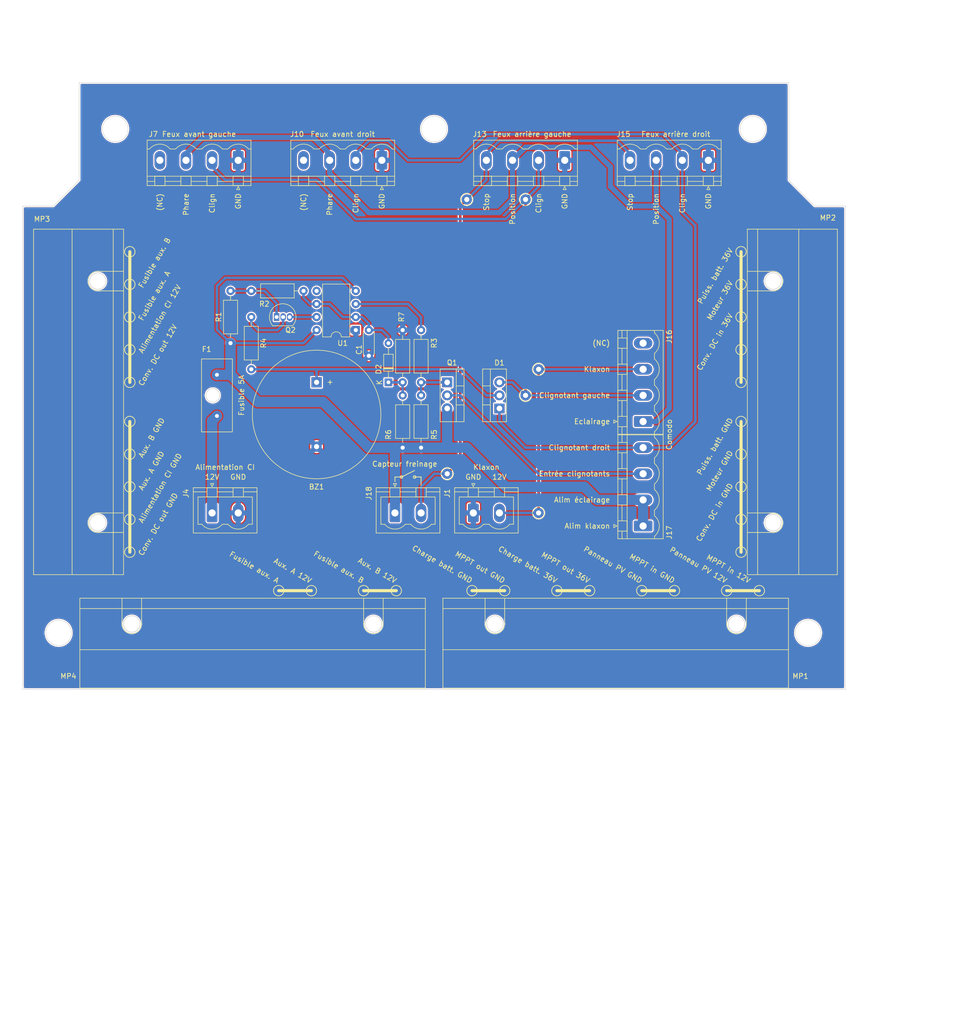
<source format=kicad_pcb>
(kicad_pcb (version 20211014) (generator pcbnew)

  (general
    (thickness 1.6)
  )

  (paper "A4")
  (layers
    (0 "F.Cu" signal)
    (31 "B.Cu" signal)
    (32 "B.Adhes" user "B.Adhesive")
    (33 "F.Adhes" user "F.Adhesive")
    (34 "B.Paste" user)
    (35 "F.Paste" user)
    (36 "B.SilkS" user "B.Silkscreen")
    (37 "F.SilkS" user "F.Silkscreen")
    (38 "B.Mask" user)
    (39 "F.Mask" user)
    (40 "Dwgs.User" user "User.Drawings")
    (41 "Cmts.User" user "User.Comments")
    (42 "Eco1.User" user "User.Eco1")
    (43 "Eco2.User" user "User.Eco2")
    (44 "Edge.Cuts" user)
    (45 "Margin" user)
    (46 "B.CrtYd" user "B.Courtyard")
    (47 "F.CrtYd" user "F.Courtyard")
    (48 "B.Fab" user)
    (49 "F.Fab" user)
    (50 "User.1" user)
    (51 "User.2" user)
    (52 "User.3" user)
    (53 "User.4" user)
    (54 "User.5" user)
    (55 "User.6" user)
    (56 "User.7" user)
    (57 "User.8" user)
    (58 "User.9" user)
  )

  (setup
    (stackup
      (layer "F.SilkS" (type "Top Silk Screen"))
      (layer "F.Paste" (type "Top Solder Paste"))
      (layer "F.Mask" (type "Top Solder Mask") (thickness 0.01))
      (layer "F.Cu" (type "copper") (thickness 0.035))
      (layer "dielectric 1" (type "core") (thickness 1.51) (material "FR4") (epsilon_r 4.5) (loss_tangent 0.02))
      (layer "B.Cu" (type "copper") (thickness 0.035))
      (layer "B.Mask" (type "Bottom Solder Mask") (thickness 0.01))
      (layer "B.Paste" (type "Bottom Solder Paste"))
      (layer "B.SilkS" (type "Bottom Silk Screen"))
      (copper_finish "None")
      (dielectric_constraints no)
    )
    (pad_to_mask_clearance 0)
    (pcbplotparams
      (layerselection 0x00010e0_ffffffff)
      (disableapertmacros false)
      (usegerberextensions false)
      (usegerberattributes true)
      (usegerberadvancedattributes true)
      (creategerberjobfile true)
      (svguseinch false)
      (svgprecision 6)
      (excludeedgelayer true)
      (plotframeref false)
      (viasonmask false)
      (mode 1)
      (useauxorigin false)
      (hpglpennumber 1)
      (hpglpenspeed 20)
      (hpglpendiameter 15.000000)
      (dxfpolygonmode true)
      (dxfimperialunits true)
      (dxfusepcbnewfont true)
      (psnegative false)
      (psa4output false)
      (plotreference true)
      (plotvalue true)
      (plotinvisibletext false)
      (sketchpadsonfab false)
      (subtractmaskfromsilk false)
      (outputformat 1)
      (mirror false)
      (drillshape 0)
      (scaleselection 1)
      (outputdirectory "")
    )
  )

  (net 0 "")
  (net 1 "GND")
  (net 2 "Net-(F1-Pad2)")
  (net 3 "Net-(D1-Pad1)")
  (net 4 "unconnected-(J7-Pad4)")
  (net 5 "unconnected-(J10-Pad4)")
  (net 6 "/Phares")
  (net 7 "Net-(J13-Pad4)")
  (net 8 "Net-(J1-Pad2)")
  (net 9 "/Flasher/Out")
  (net 10 "unconnected-(J17-Pad4)")
  (net 11 "/12V_5A")
  (net 12 "Net-(Q1-Pad1)")
  (net 13 "Net-(C1-Pad1)")
  (net 14 "Net-(D1-Pad3)")
  (net 15 "Net-(Q2-Pad1)")
  (net 16 "unconnected-(U1-Pad5)")
  (net 17 "Net-(Q2-Pad2)")
  (net 18 "/Flasher/Enable")
  (net 19 "Net-(Q2-Pad3)")
  (net 20 "Net-(R3-Pad1)")
  (net 21 "Net-(D2-Pad1)")

  (footprint "circuit:Wago_221-500_SplicingConnectorHolder" (layer "F.Cu") (at 94.615 85.09 90))

  (footprint "circuit:Buzzer_25x16_12.5" (layer "F.Cu") (at 137.16 81.28 -90))

  (footprint "circuit:Strap_D2.0mm_Drill1.0mm" (layer "F.Cu") (at 177.8 45.72))

  (footprint "circuit:Wago_221-500_SplicingConnectorHolder" (layer "F.Cu") (at 124.714 128.27 180))

  (footprint "circuit:Littelfuse_FuseHolder_FL1_178.6764.0001" (layer "F.Cu") (at 117.78 83.82 -90))

  (footprint "circuit:Generic_HeaderSocket_1x02_P5.08mm_Vertical_Open" (layer "F.Cu") (at 116.84 106.68))

  (footprint "Resistor_THT:R_Axial_DIN0207_L6.3mm_D2.5mm_P10.16mm_Horizontal" (layer "F.Cu") (at 157.48 71.12 -90))

  (footprint "circuit:Generic_HeaderSocket_1x04_P5.08mm_Vertical_Open" (layer "F.Cu") (at 185.42 38.1 180))

  (footprint "Package_DIP:DIP-8_W7.62mm" (layer "F.Cu") (at 144.78 71.12 180))

  (footprint "circuit:Strap_D2.0mm_Drill1.0mm" (layer "F.Cu") (at 177.8 83.82))

  (footprint "circuit:Strap_D2.0mm_Drill1.0mm" (layer "F.Cu") (at 180.34 106.68))

  (footprint "circuit:Generic_HeaderSocket_1x04_P5.08mm_Vertical_Open" (layer "F.Cu") (at 213.36 38.1 180))

  (footprint "Package_TO_SOT_THT:TO-220-3_Vertical" (layer "F.Cu") (at 172.72 86.36 90))

  (footprint "Package_TO_SOT_THT:TO-92L_Inline" (layer "F.Cu") (at 129.38 68.58))

  (footprint "circuit:Generic_HeaderSocket_1x04_P5.08mm_Vertical_Open" (layer "F.Cu") (at 121.92 38.1 180))

  (footprint "Resistor_THT:R_Axial_DIN0207_L6.3mm_D2.5mm_P10.16mm_Horizontal" (layer "F.Cu") (at 153.9 81.28 90))

  (footprint "circuit:Generic_HeaderSocket_1x04_P5.08mm_Vertical_Open" (layer "F.Cu") (at 200.66 109.22 90))

  (footprint "Resistor_THT:R_Axial_DIN0207_L6.3mm_D2.5mm_P10.16mm_Horizontal" (layer "F.Cu") (at 157.48 93.98 90))

  (footprint "circuit:Wago_221-500_SplicingConnectorHolder" (layer "F.Cu") (at 225.933 85.09 -90))

  (footprint "Resistor_THT:R_Axial_DIN0207_L6.3mm_D2.5mm_P10.16mm_Horizontal" (layer "F.Cu") (at 124.46 68.58 -90))

  (footprint "Resistor_THT:R_Axial_DIN0207_L6.3mm_D2.5mm_P10.16mm_Horizontal" (layer "F.Cu") (at 153.9 93.99 90))

  (footprint "circuit:Strap_D2.0mm_Drill1.0mm" (layer "F.Cu") (at 162.56 99.06))

  (footprint "Resistor_THT:R_Axial_DIN0207_L6.3mm_D2.5mm_P10.16mm_Horizontal" (layer "F.Cu") (at 120.42 73.66 90))

  (footprint "Resistor_THT:R_Axial_DIN0207_L6.3mm_D2.5mm_P10.16mm_Horizontal" (layer "F.Cu") (at 124.46 63.5))

  (footprint "circuit:Strap_D2.0mm_Drill1.0mm" (layer "F.Cu") (at 180.34 78.74))

  (footprint "Capacitor_THT:C_Disc_D4.3mm_W1.9mm_P5.00mm" (layer "F.Cu") (at 147.32 71.12 -90))

  (footprint "circuit:Strap_D2.0mm_Drill1.0mm" (layer "F.Cu") (at 166.37 45.72))

  (footprint "circuit:Generic_HeaderSocket_1x02_P5.08mm_Vertical_Open" (layer "F.Cu") (at 167.64 106.68))

  (footprint "circuit:Wago_221-500_SplicingConnectorHolder" (layer "F.Cu") (at 195.326 128.27 180))

  (footprint "circuit:Generic_HeaderSocket_1x02_P5.08mm_Vertical_Open" (layer "F.Cu") (at 152.4 106.68))

  (footprint "circuit:Generic_HeaderSocket_1x04_P5.08mm_Vertical_Open" (layer "F.Cu") (at 200.66 88.9 90))

  (footprint "Package_TO_SOT_THT:TO-220-3_Vertical" (layer "F.Cu") (at 162.56 81.28 -90))

  (footprint "circuit:Generic_HeaderSocket_1x04_P5.08mm_Vertical_Open" (layer "F.Cu") (at 149.86 38.1 180))

  (footprint "Diode_THT:D_DO-34_SOD68_P7.62mm_Horizontal" (layer "F.Cu") (at 151.13 81.28 90))

  (gr_circle (center 219.71 55.88) (end 219.71 56.896) (layer "F.SilkS") (width 0.15) (fill none) (tstamp 00cc452e-ba96-4e88-af55-18733b4ebc37))
  (gr_line (start 153.67 99.695) (end 156.21 98.425) (layer "F.SilkS") (width 0.15) (tstamp 037ebb6b-c1e3-482d-a0fb-4947fbe14174))
  (gr_circle (center 223.266 121.793) (end 224.282 121.793) (layer "F.SilkS") (width 0.15) (fill none) (tstamp 055fcf87-c6aa-4d3a-b430-5d09e34b74e5))
  (gr_circle (center 100.838 95.25) (end 100.838 96.266) (layer "F.SilkS") (width 0.15) (fill none) (tstamp 0b32eb5e-cf7d-4f91-a80b-b69cb363145f))
  (gr_circle (center 100.838 68.58) (end 100.838 69.596) (layer "F.SilkS") (width 0.15) (fill none) (tstamp 0d55e7a3-dc43-43c6-9a9a-2009d8d31a46))
  (gr_circle (center 219.71 114.3) (end 219.71 115.316) (layer "F.SilkS") (width 0.15) (fill none) (tstamp 0e0ef8f7-8f11-42c6-a45f-df3b4592f844))
  (gr_circle (center 100.838 88.9) (end 100.838 89.916) (layer "F.SilkS") (width 0.15) (fill none) (tstamp 1c60a30a-615f-448b-a49b-d8cc700366e8))
  (gr_circle (center 219.71 68.58) (end 219.71 69.596) (layer "F.SilkS") (width 0.15) (fill none) (tstamp 1eb217a3-880e-4df2-9811-286c14ac7f74))
  (gr_circle (center 100.838 62.23) (end 100.838 63.246) (layer "F.SilkS") (width 0.15) (fill none) (tstamp 21c33e54-0519-410a-b68d-8ed076ea3b1e))
  (gr_circle (center 219.71 107.95) (end 219.71 108.966) (layer "F.SilkS") (width 0.15) (fill none) (tstamp 22f715ec-100a-4c8e-ab3e-fe94307aa39f))
  (gr_line (start 152.4 99.695) (end 153.67 99.695) (layer "F.SilkS") (width 0.15) (tstamp 2665a517-cfa8-4700-85c7-f742ee9f908d))
  (gr_line (start 219.71 114.3) (end 219.71 88.9) (layer "F.SilkS") (width 0.6) (tstamp 267ab17e-424b-4c5b-bf96-65deaaa5db5d))
  (gr_line (start 167.386 121.793) (end 173.736 121.793) (layer "F.SilkS") (width 0.6) (tstamp 276e2239-1b6d-4c52-a207-9385ed3216ee))
  (gr_circle (center 200.406 121.793) (end 200.406 122.809) (layer "F.SilkS") (width 0.15) (fill none) (tstamp 30a29d66-4141-4259-8081-d6952d8bac58))
  (gr_line (start 152.4 100.584) (end 152.4 99.695) (layer "F.SilkS") (width 0.15) (tstamp 317163f5-2dcf-44f7-ad22-042c6ecaf6a0))
  (gr_circle (center 219.71 88.9) (end 219.71 89.916) (layer "F.SilkS") (width 0.15) (fill none) (tstamp 3415d0f1-a5ec-4da2-977b-59cdf177a34e))
  (gr_circle (center 153.67 99.695) (end 153.67 99.949) (layer "F.SilkS") (width 0.15) (fill none) (tstamp 3ba68855-4f8b-4d02-b57a-7a757e623ac6))
  (gr_line (start 157.48 101.346) (end 157.48 99.695) (layer "F.SilkS") (width 0.15) (tstamp 4884cbfa-0b58-4e04-88a2-8b0679a49cfe))
  (gr_circle (center 173.736 121.793) (end 174.752 121.793) (layer "F.SilkS") (width 0.15) (fill none) (tstamp 4ae8d5b6-ac5e-42d2-b8f3-c8cc021daa80))
  (gr_circle (center 100.838 74.93) (end 100.838 75.946) (layer "F.SilkS") (width 0.15) (fill none) (tstamp 51e3ee0a-facb-4db4-9532-340a50f8f1f2))
  (gr_circle (center 206.756 121.793) (end 207.772 121.793) (layer "F.SilkS") (width 0.15) (fill none) (tstamp 556aaf9d-07f6-43f6-8fc0-4e9785c941f1))
  (gr_circle (center 100.838 114.3) (end 100.838 115.316) (layer "F.SilkS") (width 0.15) (fill none) (tstamp 5bf0cce5-0f16-48e1-8027-73d52d0770a7))
  (gr_line (start 156.21 99.695) (end 157.48 99.695) (layer "F.SilkS") (width 0.15) (tstamp 64594d5f-3d87-4b12-b761-9dd43370d25f))
  (gr_line (start 100.838 114.3) (end 100.838 88.9) (layer "F.SilkS") (width 0.6) (tstamp 6880ab3e-a6aa-4a14-9152-a9eb9358d1fc))
  (gr_circle (center 152.654 121.793) (end 153.67 121.793) (layer "F.SilkS") (width 0.15) (fill none) (tstamp 6a0bff84-e9d8-41a3-aabe-ad4db7905799))
  (gr_circle (center 156.21 99.695) (end 156.21 99.949) (layer "F.SilkS") (width 0.15) (fill none) (tstamp 70832878-fccb-4304-88d0-2e6b8d58c95c))
  (gr_line (start 129.794 121.793) (end 136.144 121.793) (layer "F.SilkS") (width 0.6) (tstamp 762ff740-3b01-4bc8-872a-9874ec8e35e1))
  (gr_circle (center 219.71 74.93) (end 219.71 75.946) (layer "F.SilkS") (width 0.15) (fill none) (tstamp 82d429c8-e93d-4f0a-b38e-c4998fc025d4))
  (gr_circle (center 219.71 101.6) (end 219.71 102.616) (layer "F.SilkS") (width 0.15) (fill none) (tstamp 8c73b2a6-3a37-44e3-a20a-4d59420eda58))
  (gr_circle (center 136.144 121.793) (end 137.16 121.793) (layer "F.SilkS") (width 0.15) (fill none) (tstamp 8c76b169-ab5a-4294-b011-8cc6dbfede52))
  (gr_line (start 146.304 121.793) (end 152.654 121.793) (layer "F.SilkS") (width 0.6) (tstamp 91be0c4d-31d3-4e82-bf1f-77f12a0724d3))
  (gr_circle (center 100.838 81.28) (end 100.838 82.296) (layer "F.SilkS") (width 0.15) (fill none) (tstamp 92debe54-aa60-4d78-93c4-7bed450025c3))
  (gr_circle (center 183.896 121.793) (end 183.896 122.809) (layer "F.SilkS") (width 0.15) (fill none) (tstamp 9e269d91-7d17-4c00-b467-153271320d02))
  (gr_line (start 200.406 121.793) (end 206.756 121.793) (layer "F.SilkS") (width 0.6) (tstamp 9f5f49d5-5120-4673-b032-f8b828707780))
  (gr_circle (center 219.71 81.28) (end 219.71 82.296) (layer "F.SilkS") (width 0.15) (fill none) (tstamp ae522db0-de0e-46c6-a5db-2a3e5dc1e2c8))
  (gr_line (start 183.896 121.793) (end 190.246 121.793) (layer "F.SilkS") (width 0.6) (tstamp b9dd1e64-81b6-4cb3-a41a-714927a1f651))
  (gr_line (start 216.916 121.793) (end 223.266 121.793) (layer "F.SilkS") (width 0.6) (tstamp bd1578a3-4a14-4bd9-bd84-0de04e146746))
  (gr_line (start 219.71 81.28) (end 219.71 55.88) (layer "F.SilkS") (width 0.6) (tstamp c385224b-423f-40f8-919d-7bb5706505b4))
  (gr_circle (center 100.838 55.88) (end 100.838 56.896) (layer "F.SilkS") (width 0.15) (fill none) (tstamp c52275f8-949a-4fec-91e2-a5d4834b2abf))
  (gr_circle (center 190.246 121.793) (end 191.262 121.793) (layer "F.SilkS") (width 0.15) (fill none) (tstamp c623ebf3-b72b-47a6-99f0-44d878243028))
  (gr_circle (center 146.304 121.793) (end 146.304 122.809) (layer "F.SilkS") (width 0.15) (fill none) (tstamp d76ff1a7-35b0-4008-84bc-2c8ee966a14c))
  (gr_circle (center 219.71 95.25) (end 219.71 96.266) (layer "F.SilkS") (width 0.15) (fill none) (tstamp dd06bd11-c251-457b-b962-c3f96bc19116))
  (gr_circle (center 100.838 107.95) (end 100.838 108.966) (layer "F.SilkS") (width 0.15) (fill none) (tstamp e0a52752-2d8f-477c-9516-b9400a50c85b))
  (gr_line (start 100.838 81.28) (end 100.838 55.88) (layer "F.SilkS") (width 0.6) (tstamp e16a7896-6132-41a2-88b1-6a30824e02f1))
  (gr_circle (center 219.71 62.23) (end 219.71 63.246) (layer "F.SilkS") (width 0.15) (fill none) (tstamp e613b6cd-fa9d-4fee-b77c-739df61b24e7))
  (gr_circle (center 129.794 121.793) (end 129.794 122.809) (layer "F.SilkS") (width 0.15) (fill none) (tstamp ec541a50-51a5-45b4-bd93-6dc3c5da4675))
  (gr_circle (center 167.386 121.793) (end 167.386 122.809) (layer "F.SilkS") (width 0.15) (fill none) (tstamp f896295d-a092-487a-b396-fb2265acf685))
  (gr_circle (center 216.916 121.793) (end 216.916 122.809) (layer "F.SilkS") (width 0.15) (fill none) (tstamp f96da55c-37fd-441a-97cf-2faa4effb06f))
  (gr_circle (center 100.838 101.6) (end 100.838 102.616) (layer "F.SilkS") (width 0.15) (fill none) (tstamp ff786ef8-333e-498b-b6d9-09fa2cc3b86f))
  (gr_line (start 80 141) (end 240 141) (layer "Edge.Cuts") (width 0.1) (tstamp 0653d88d-1431-47ec-b679-ea373d096b5c))
  (gr_line (start 91 42) (end 86 47) (layer "Edge.Cuts") (width 0.1) (tstamp 20031590-d6a9-4d4d-aeb2-12d6c03d848d))
  (gr_line (start 80 47) (end 80 141) (layer "Edge.Cuts") (width 0.1) (tstamp 309b270e-f689-4205-9d34-2966e857793a))
  (gr_circle (center 87 130) (end 89.5 130) (layer "Edge.Cuts") (width 0.1) (fill none) (tstamp 43cf023a-673f-4b08-b14a-43b91729bb37))
  (gr_line (start 86 47) (end 80 47) (layer "Edge.Cuts") (width 0.1) (tstamp 67fc2518-2259-460f-b3b5-dc49255b47ce))
  (gr_circle (center 222 32) (end 224.5 32) (layer "Edge.Cuts") (width 0.1) (fill none) (tstamp 7c84e804-2669-48e9-8498-0ddf9cef9af0))
  (gr_line (start 240 141) (end 240 47) (layer "Edge.Cuts") (width 0.1) (tstamp 835448c7-ec80-4766-a6c1-a5a582a55684))
  (gr_circle (center 160 32) (end 162.5 32) (layer "Edge.Cuts") (width 0.1) (fill none) (tstamp 92154e08-d994-48f9-9e8c-d5dd06f6c221))
  (gr_circle (center 232.75 130) (end 235.25 130) (layer "Edge.Cuts") (width 0.1) (fill none) (tstamp b2b82a23-b42f-4ec9-8661-2a738d992aa5))
  (gr_line (start 229 42) (end 229 23) (layer "Edge.Cuts") (width 0.1) (tstamp bc28053b-c624-471c-bafd-fe221ed3a78b))
  (gr_line (start 240 47) (end 234 47) (layer "Edge.Cuts") (width 0.1) (tstamp dc7f8437-4519-40a8-853e-b8c64fff5080))
  (gr_line (start 234 47) (end 229 42) (layer "Edge.Cuts") (width 0.1) (tstamp df39f544-6a68-4dec-9837-3610e712e7fc))
  (gr_line (start 91 23) (end 91 42) (layer "Edge.Cuts") (width 0.1) (tstamp e7d07347-8f92-4757-b77d-096737c09350))
  (gr_circle (center 98 32) (end 100.5 32) (layer "Edge.Cuts") (width 0.1) (fill none) (tstamp ecd44fcf-7600-4862-8d5d-c0c911b04b7f))
  (gr_line (start 229 23) (end 91 23) (layer "Edge.Cuts") (width 0.1) (tstamp f1732b78-e412-478b-a411-26b6d186de6e))
  (gr_circle (center 87 155) (end 91.25 155) (layer "User.1") (width 0.15) (fill none) (tstamp 0f5c4b30-c0ff-4ea9-8609-d16608af6988))
  (gr_circle (center 135 32) (end 137.5 32) (layer "User.1") (width 0.15) (fill none) (tstamp 0f919cdd-a5f3-4b85-a8b8-f7065671d670))
  (gr_circle (center 87 155) (end 89.5 155) (layer "User.1") (width 0.15) (fill none) (tstamp 1187039d-a799-4aed-80bb-8527df2487de))
  (gr_line (start 242 43) (end 242 163) (layer "User.1") (width 0.15) (tstamp 1239a899-2d86-437c-a7c6-a45c750b797b))
  (gr_circle (center 232.75 105) (end 235.25 105) (layer "User.1") (width 0.15) (fill none) (tstamp 1a01cc57-ad0b-4768-9efd-187cae7f663b))
  (gr_line (start 90 21) (end 90 36) (layer "User.1") (width 0.15) (tstamp 1a205cc7-d510-4f63-9e52-660d5e978809))
  (gr_circle (center 87 105) (end 91.25 105) (layer "User.1") (width 0.15) (fill none) (tstamp 1a78e0d8-e7a6-4444-9d43-305bebf0cf56))
  (gr_circle (center 160 32) (end 162.5 32) (layer "User.1") (width 0.15) (fill none) (tstamp 264f73fc-8dd8-4ffe-b620-caf2bcdd322e))
  (gr_circle (center 222 32) (end 224.5 32) (layer "User.1") (width 0.15) (fill none) (tstamp 2b112852-55b9-41a2-a3ef-e24676023acd))
  (gr_circle (center 87 180) (end 91.25 180) (layer "User.1") (width 0.15) (fill none) (tstamp 4204a84a-3d76-439d-8018-f4a035974e78))
  (gr_circle (center 87 130) (end 91.25 130) (layer "User.1") (width 0.15) (fill none) (tstamp 44005962-93be-4e03-8c07-87281a28b9fb))
  (gr_line (start 83 43) (end 78 43) (layer "User.1") (width 0.15) (tstamp 48e1d1b8-ab30-404d-aefc-b1a414460db6))
  (gr_line (start 78 43) (end 78 188) (layer "User.1") (width 0.15) (tstamp 4a3f2107-acc7-4455-bbbc-54a90e7549f4))
  (gr_line (start 90 21) (end 230 21) (layer "User.1") (width 0.15) (tstamp 4f3a241b-e1fa-44ba-995d-472ab6a8a7da))
  (gr_circle (center 87 180) (end 89.5 180) (layer "User.1") (width 0.15) (fill none) (tstamp 5911e315-9086-4ea4-b100-a6cc3b412ae5))
  (gr_arc (start 90 36) (mid 87.949747 40.949747) (end 83 43) (layer "User.1") (width 0.15) (tstamp 62208b62-981d-42be-898b-3543ec11d659))
  (gr_circle (center 160 32) (end 164.25 32) (layer "User.1") (width 0.15) (fill none) (tstamp 658f95df-7b3b-48f7-be1d-684044b56f9f))
  (gr_line (start 230 21) (end 230 36) (layer "User.1") (width 0.15) (tstamp 6692528d-58f8-4b01-ac3c-7651e6ca5eea))
  (gr_circle (center 232.75 80) (end 235.25 80) (layer "User.1") (width 0.15) (fill none) (tstamp 75826842-2327-4882-af6a-114172afc13b))
  (gr_circle (center 232.75 155) (end 235.25 155) (layer "User.1") (width 0.15) (fill none) (tstamp 8dccfcf9-b88f-41aa-b66b-945685b832c3))
  (gr_circle (center 87 80) (end 91.25 80) (layer "User.1") (width 0.15) (fill none) (tstamp a741b79d-ac66-48a9-a0da-f739ddfced6a))
  (gr_circle (center 185 32) (end 187.5 32) (layer "User.1") (width 0.15) (fill none) (tstamp aac84f6c-2493-4c35-9477-e988a1ece973))
  (gr_circle (center 98 32) (end 100.5 32) (layer "User.1") (width 0.15) (fill none) (tstamp ae61a4b0-e515-44a3-92b6-f5d1dcc89944))
  (gr_circle (center 98 32) (end 102.25 32) (layer "User.1") (width 0.15) (fill none) (tstamp b09ec139-0651-49b2-a3a3-6395ebbac469))
  (gr_circle (center 87 105) (end 89.5 105) (layer "User.1") (width 0.15) (fill none) (tstamp b12fbd96-ec89-40f3-8ea6-7be107c04398))
  (gr_line (start 160 7) (end 160 206) (layer "User.1") (width 0.15) (tstamp b6eb511e-f5bb-477b-b69e-50bd8fb100ce))
  (gr_circle (center 232.75 130) (end 235.25 130) (layer "User.1") (width 0.15) (fill none) (tstamp c1525c32-1058-4cf5-aa1a-e138a5a4b5b2))
  (gr_line (start 237 43) (end 242 43) (layer "User.1") (width 0.15) (tstamp c73c8e13-2851-4594-a8a7-840c2e0784c7))
  (gr_circle (center 87 130) (end 89.5 130) (layer "User.1") (width 0.15) (fill none) (tstamp d113f4b7-e73f-41bc-816a-0266cd4f8b6f))
  (gr_circle (center 232.75 130) (end 237 130) (layer "User.1") (width 0.15) (fill none) (tstamp d1e346f7-67b2-4e96-9643-bb89e93d9347))
  (gr_circle (center 232.75 155) (end 237 155) (layer "User.1") (width 0.15) (fill none) (tstamp d60b1a57-bfdf-46a1-9f32-9d7351a4f600))
  (gr_circle (center 222 32) (end 226.25 32) (layer "User.1") (width 0.15) (fill none) (tstamp dd04b9a4-26a8-441a-adfc-8ac57ccb3efe))
  (gr_circle (center 185 32) (end 189.25 32) (layer "User.1") (width 0.15) (fill none) (tstamp e1049270-13c8-4f71-b883-047d43869287))
  (gr_arc (start 237 43) (mid 232.050253 40.949747) (end 230 36) (layer "User.1") (width 0.15) (tstamp e18936a6-6e7e-40af-b712-e6e714d4b524))
  (gr_circle (center 232.75 105) (end 237 105) (layer "User.1") (width 0.15) (fill none) (tstamp e7ec4d15-a00e-4bef-8318-ce0ae032ba25))
  (gr_circle (center 232.75 80) (end 237 80) (layer "User.1") (width 0.15) (fill none) (tstamp f31eeece-87f6-4d1e-9a52-ea66eb6c03be))
  (gr_circle (center 87 80) (end 89.5 80) (layer "User.1") (width 0.15) (fill none) (tstamp f42b4609-f3c3-4d9e-9563-fbe07d08a488))
  (gr_circle (center 135 32) (end 139.25 32) (layer "User.1") (width 0.15) (fill none) (tstamp f52d5de7-6b32-4026-b1e0-77dc04b7263d))
  (gr_text "Entrée clignotants" (at 194.31 99.06) (layer "F.SilkS") (tstamp 009327c0-15ee-46e8-892a-58efec518749)
    (effects (font (size 1 1) (thickness 0.15)) (justify right))
  )
  (gr_text "Puiss. batt. 36V" (at 217.805 55.245 60) (layer "F.SilkS") (tstamp 0179d269-e1dc-4937-a3ba-dc7abdc5a4b8)
    (effects (font (size 1 1) (thickness 0.15)) (justify right))
  )
  (gr_text "Capteur freinage" (at 154.305 97.155) (layer "F.SilkS") (tstamp 10f0e3a0-addc-4d65-a2d4-724846e23a5f)
    (effects (font (size 1 1) (thickness 0.15)))
  )
  (gr_text "MPPT in GND" (at 206.756 120.015 330) (layer "F.SilkS") (tstamp 12b35428-8b71-4e7d-bfce-e55e30306b03)
    (effects (font (size 1 1) (thickness 0.15)) (justify right))
  )
  (gr_text "GND" (at 167.64 99.695) (layer "F.SilkS") (tstamp 12d9dba3-877d-4c21-a5de-a6d93121bc35)
    (effects (font (size 1 1) (thickness 0.15)))
  )
  (gr_text "MPPT out 36V" (at 190.246 120.015 330) (layer "F.SilkS") (tstamp 13bbd547-101b-46f3-94a0-1df1740595c5)
    (effects (font (size 1 1) (thickness 0.15)) (justify right))
  )
  (gr_text "Fusible 5A" (at 122.555 83.82 90) (layer "F.SilkS") (tstamp 1544f11d-aee5-4f7d-8a2a-3a2ade2a123d)
    (effects (font (size 1 1) (thickness 0.15)))
  )
  (gr_text "Klaxon" (at 170.18 97.79) (layer "F.SilkS") (tstamp 181f8ef5-8c40-480c-9ede-6f3c7b5ce2ff)
    (effects (font (size 1 1) (thickness 0.15)))
  )
  (gr_text "GND" (at 121.92 99.695) (layer "F.SilkS") (tstamp 184e2e09-0552-4371-9e84-9ca65c6d6146)
    (effects (font (size 1 1) (thickness 0.15)))
  )
  (gr_text "Charge batt. 36V" (at 183.896 120.015 330) (layer "F.SilkS") (tstamp 2069bd85-f5ab-4eeb-82ac-ac9ee9e228da)
    (effects (font (size 1 1) (thickness 0.15)) (justify right))
  )
  (gr_text "Aux. A 12V" (at 136.144 120.015 330) (layer "F.SilkS") (tstamp 21b0bf50-46d5-4c49-8311-ed3f6264e51e)
    (effects (font (size 1 1) (thickness 0.15)) (justify right))
  )
  (gr_text "MPPT out GND" (at 173.736 120.015 330) (layer "F.SilkS") (tstamp 29a589e5-3dc9-406d-8d03-2e70186b2e09)
    (effects (font (size 1 1) (thickness 0.15)) (justify right))
  )
  (gr_text "Clignotant droit" (at 194.31 93.98) (layer "F.SilkS") (tstamp 29d90419-1132-4a2b-970e-b0eccfab1cf9)
    (effects (font (size 1 1) (thickness 0.15)) (justify right))
  )
  (gr_text "GND" (at 121.92 44.45 90) (layer "F.SilkS") (tstamp 2c926ee1-e3c9-40cf-95b9-6c82dc648463)
    (effects (font (size 1 1) (thickness 0.15)) (justify right))
  )
  (gr_text "GND" (at 149.86 44.45 90) (layer "F.SilkS") (tstamp 33c457be-7434-4972-9b74-59a2a75dfe1f)
    (effects (font (size 1 1) (thickness 0.15)) (justify right))
  )
  (gr_text "12V" (at 172.72 99.695) (layer "F.SilkS") (tstamp 3464ffab-61f6-4506-aa32-74780900afde)
    (effects (font (size 1 1) (thickness 0.15)))
  )
  (gr_text "Conv. DC in GND" (at 217.805 100.965 60) (layer "F.SilkS") (tstamp 354f4214-25cc-4c1c-af90-691b93e325f6)
    (effects (font (size 1 1) (thickness 0.15)) (justify right))
  )
  (gr_text "Fusible aux. B" (at 146.304 120.015 330) (layer "F.SilkS") (tstamp 36a31b89-4d85-42e0-a55c-c839a34f9025)
    (effects (font (size 1 1) (thickness 0.15)) (justify right))
  )
  (gr_text "Fusible aux. A" (at 129.794 120.015 330) (layer "F.SilkS") (tstamp 39e7c3a6-7728-4532-abb1-94c7cefee84c)
    (effects (font (size 1 1) (thickness 0.15)) (justify right))
  )
  (gr_text "Conv. DC out 12V" (at 102.87 81.915 60) (layer "F.SilkS") (tstamp 4430018d-167b-42c4-88a6-aec09ab96fc1)
    (effects (font (size 1 1) (thickness 0.15)) (justify left))
  )
  (gr_text "Feux avant gauche" (at 114.3 33.02) (layer "F.SilkS") (tstamp 479e96c7-febe-46ff-b0f9-4ff5069df68d)
    (effects (font (size 1 1) (thickness 0.15)))
  )
  (gr_text "Feux arrière gauche" (at 179.07 33.02) (layer "F.SilkS") (tstamp 5050200a-ec68-42b1-b377-093dec82d41a)
    (effects (font (size 1 1) (thickness 0.15)))
  )
  (gr_text "Clign" (at 180.34 44.45 90) (layer "F.SilkS") (tstamp 5a15157a-7512-4e5c-84d4-469b0cf5e59f)
    (effects (font (size 1 1) (thickness 0.15)) (justify right))
  )
  (gr_text "Clignotant gauche" (at 194.31 83.82) (layer "F.SilkS") (tstamp 5fdd986d-182f-4920-a3f2-bb498f06298c)
    (effects (font (size 1 1) (thickness 0.15)) (justify right))
  )
  (gr_text "Panneau PV GND" (at 200.406 120.015 330) (layer "F.SilkS") (tstamp 61f9941f-5166-4352-a2f2-5b11a6cad889)
    (effects (font (size 1 1) (thickness 0.15)) (justify right))
  )
  (gr_text "Alimentation CI 12V" (at 102.87 75.565 60) (layer "F.SilkS") (tstamp 65a57779-4789-40b5-bd5a-fe715e8093a8)
    (effects (font (size 1 1) (thickness 0.15)) (justify left))
  )
  (gr_text "12V" (at 116.84 99.695) (layer "F.SilkS") (tstamp 67d847b8-f92c-4347-addf-84d787c4ca95)
    (effects (font (size 1 1) (thickness 0.15)))
  )
  (gr_text "Aux. B GND" (at 102.87 95.885 60) (layer "F.SilkS") (tstamp 6eff0d18-74e4-4ad2-b719-69c3c845f121)
    (effects (font (size 1 1) (thickness 0.15)) (justify left))
  )
  (gr_text "Clign" (at 208.28 44.45 90) (layer "F.SilkS") (tstamp 700b58be-56ba-4cb7-a015-f3877f13d200)
    (effects (font (size 1 1) (thickness 0.15)) (justify right))
  )
  (gr_text "Alimentation CI GND" (at 102.87 108.585 60) (layer "F.SilkS") (tstamp 71182d09-709a-47f7-b7f3-dac75ae64276)
    (effects (font (size 1 1) (thickness 0.15)) (justify left))
  )
  (gr_text "Charge batt. GND" (at 167.386 120.015 330) (layer "F.SilkS") (tstamp 714110b5-09b5-4edb-8143-6d8636562c61)
    (effects (font (size 1 1) (thickness 0.15)) (justify right))
  )
  (gr_text "Stop" (at 170.18 44.45 90) (layer "F.SilkS") (tstamp 722c265d-2783-4131-9fa5-c3608639bdec)
    (effects (font (size 1 1) (thickness 0.15)) (justify right))
  )
  (gr_text "Aux. A GND" (at 102.87 102.235 60) (layer "F.SilkS") (tstamp 7672544e-9c7f-4530-bed9-ccbf1fc792e2)
    (effects (font (size 1 1) (thickness 0.15)) (justify left))
  )
  (gr_text "(NC)" (at 134.62 44.45 90) (layer "F.SilkS") (tstamp 81670fe2-cb26-430f-b727-4812bc9dcec2)
    (effects (font (size 1 1) (thickness 0.15)) (justify right))
  )
  (gr_text "Clign" (at 144.78 44.45 90) (layer "F.SilkS") (tstamp 85a06cc9-afdf-41f7-b124-edeaa893efac)
    (effects (font (size 1 1) (thickness 0.15)) (justify right))
  )
  (gr_text "Clign" (at 116.84 44.45 90) (layer "F.SilkS") (tstamp 8e752887-0b98-4c6b-b65f-b332ae9a9362)
    (effects (font (size 1 1) (thickness 0.15)) (justify right))
  )
  (gr_text "Feux arrière droit" (at 207.01 33.02) (layer "F.SilkS") (tstamp 922a98d4-aa77-4c67-b89f-e480c6ae99db)
    (effects (font (size 1 1) (thickness 0.15)))
  )
  (gr_text "Fusible aux. A" (at 102.87 69.215 60) (layer "F.SilkS") (tstamp 93c27926-85d0-4404-b295-380ef1e37ac5)
    (effects (font (size 1 1) (thickness 0.15)) (justify left))
  )
  (gr_text "Position" (at 175.26 44.45 90) (layer "F.SilkS") (tstamp 9403f260-da8c-45a7-9c0e-fdad94d66a10)
    (effects (font (size 1 1) (thickness 0.15)) (justify right))
  )
  (gr_text "Phare" (at 139.7 44.45 90) (layer "F.SilkS") (tstamp 94258d65-465f-472b-ac8e-490f605ed077)
    (effects (font (size 1 1) (thickness 0.15)) (justify right))
  )
  (gr_text "Moteur GND" (at 217.805 94.615 60) (layer "F.SilkS") (tstamp 9a6087f4-bc8b-43cd-8846-40fb689372eb)
    (effects (font (size 1 1) (thickness 0.15)) (justify right))
  )
  (gr_text "Alim éclairage" (at 194.31 104.14) (layer "F.SilkS") (tstamp ac9c7750-93d2-41f0-97bd-67093134d658)
    (effects (font (size 1 1) (thickness 0.15)) (justify right))
  )
  (gr_text "MPPT in 12V" (at 221.488 120.015 330) (layer "F.SilkS") (tstamp ae97602b-c29e-4540-95a0-a90ab7fb8a31)
    (effects (font (size 1 1) (thickness 0.15)) (justify right))
  )
  (gr_text "Feux avant droit" (at 142.24 33.02) (layer "F.SilkS") (tstamp b2f15d2e-8ab4-4101-9c07-858be9e8e3b8)
    (effects (font (size 1 1) (thickness 0.15)))
  )
  (gr_text "Eclairage" (at 194.31 88.9) (layer "F.SilkS") (tstamp be57702c-5815-47a9-b9b9-e783c8223dc9)
    (effects (font (size 1 1) (thickness 0.15)) (justify right))
  )
  (gr_text "Phare" (at 111.76 44.45 90) (layer "F.SilkS") (tstamp bf17cf21-f1a8-4a6b-80a7-084e7c3b2eb1)
    (effects (font (size 1 1) (thickness 0.15)) (justify right))
  )
  (gr_text "Panneau PV 12V" (at 216.916 120.015 330) (layer "F.SilkS") (tstamp c002088f-cfde-4354-822c-968e274e8262)
    (effects (font (size 1 1) (thickness 0.15)) (justify right))
  )
  (gr_text "Stop" (at 198.12 44.45 90) (layer "F.SilkS") (tstamp c097cb44-de61-4987-b402-80ee892def3d)
    (effects (font (size 1 1) (thickness 0.15)) (justify right))
  )
  (gr_text "Moteur 36V" (at 217.805 61.595 60) (layer "F.SilkS") (tstamp c343e982-c378-429e-a351-6bb7a503e83b)
    (effects (font (size 1 1) (thickness 0.15)) (justify right))
  )
  (gr_text "(NC)" (at 194.31 73.66) (layer "F.SilkS") (tstamp c37607ba-c9a9-4b49-9c6b-40e258059f1a)
    (effects (font (size 1 1) (thickness 0.15)) (justify right))
  )
  (gr_text "Klaxon" (at 194.31 78.74) (layer "F.SilkS") (tstamp c62e4f50-4d66-4232-b6e1-c4686e60ff45)
    (effects (font (size 1 1) (thickness 0.15)) (justify right))
  )
  (gr_text "Alimentation CI" (at 119.38 97.79) (layer "F.SilkS") (tstamp d185276d-52f9-43b2-b205-1ad3d64318ab)
    (effects (font (size 1 1) (thickness 0.15)))
  )
  (gr_text "Conv. DC in 36V" (at 217.805 67.945 60) (layer "F.SilkS") (tstamp d6b3a406-6bda-477d-9ab9-2d46febf82b0)
    (effects (font (size 1 1) (thickness 0.15)) (justify right))
  )
  (gr_text "Alim klaxon" (at 194.31 109.22) (layer "F.SilkS") (tstamp d6dba4b6-cc89-47bc-8a8e-f65dc0b05f49)
    (effects (font (size 1 1) (thickness 0.15)) (justify right))
  )
  (gr_text "Conv. DC out GND" (at 102.87 114.935 60) (layer "F.SilkS") (tstamp d76d4d60-7c6c-4800-9139-422dfceee3ab)
    (effects (font (size 1 1) (thickness 0.15)) (justify left))
  )
  (gr_text "Position" (at 203.2 44.45 90) (layer "F.SilkS") (tstamp d996caa2-9490-43a7-b6d5-be6ef90f2813)
    (effects (font (size 1 1) (thickness 0.15)) (justify right))
  )
  (gr_text "Fusible aux. B" (at 102.87 62.865 60) (layer "F.SilkS") (tstamp dab41d0b-79b2-4449-b22f-6c5c4e5e953e)
    (effects (font (size 1 1) (thickness 0.15)) (justify left))
  )
  (gr_text "Comodo" (at 205.74 91.44 90) (layer "F.SilkS") (tstamp dbb9f5e6-2e8f-4c85-afe4-940d2c33e0c6)
    (effects (font (size 1 1) (thickness 0.15)))
  )
  (gr_text "(NC)" (at 106.68 44.45 90) (layer "F.SilkS") (tstamp e6c921ac-e5b4-4c56-a84a-39691a60427d)
    (effects (font (size 1 1) (thickness 0.15)) (justify right))
  )
  (gr_text "GND" (at 213.36 44.45 90) (layer "F.SilkS") (tstamp f06d498b-d592-47e6-b472-036a273bf9fc)
    (effects (font (size 1 1) (thickness 0.15)) (justify right))
  )
  (gr_text "Puiss. batt. GND" (at 217.805 88.265 60) (layer "F.SilkS") (tstamp f2a68f75-7097-4d14-aa83-0930ed3879c2)
    (effects (font (size 1 1) (thickness 0.15)) (justify right))
  )
  (gr_text "Aux. B 12V" (at 152.654 120.015 330) (layer "F.SilkS") (tstamp f5ae01be-f92f-46e1-93d8-12890137dba7)
    (effects (font (size 1 1) (thickness 0.15)) (justify right))
  )
  (gr_text "GND" (at 185.42 44.45 90) (layer "F.SilkS") (tstamp f9a58e77-e2ef-4d43-91c6-174b5c2ccb7e)
    (effects (font (size 1 1) (thickness 0.15)) (justify right))
  )
  (dimension (type aligned) (layer "User.1") (tstamp 0035fa16-c9af-4d2c-a2ef-033a86cc4bcf)
    (pts (xy 80 141) (xy 240 141))
    (height 6.999999)
    (gr_text "160.0000 mm" (at 160 146.849999) (layer "User.1") (tstamp d01549b2-20e0-4861-91d6-e9ebb533a8bb)
      (effects (font (size 1 1) (thickness 0.15)))
    )
    (format (units 3) (units_format 1) (precision 4))
    (style (thickness 0.15) (arrow_length 1.27) (text_position_mode 0) (extension_height 0.58642) (extension_offset 0.5) keep_text_aligned)
  )
  (dimension (type aligned) (layer "User.1") (tstamp 03426b10-ad1d-4288-bae0-a6ccecdb1952)
    (pts (xy 240 141) (xy 240 23))
    (height 20)
    (gr_text "118.0000 mm" (at 258.85 82 90) (layer "User.1") (tstamp 69b3ac8a-9cf7-4cf7-b79f-8b0ecbcad0e0)
      (effects (font (size 1 1) (thickness 0.15)))
    )
    (format (units 3) (units_format 1) (precision 4))
    (style (thickness 0.15) (arrow_length 1.27) (text_position_mode 0) (extension_height 0.58642) (extension_offset 0.5) keep_text_aligned)
  )

  (segment (start 116.84 88.76) (end 117.78 87.82) (width 2.032) (layer "B.Cu") (net 2) (tstamp 5c00ef32-89e2-4b31-b097-14aee8989fe3))
  (segment (start 116.84 106.68) (end 116.84 88.76) (width 2.032) (layer "B.Cu") (net 2) (tstamp bbbcfb12-5a4f-4946-9dfa-822d6c963ee0))
  (segment (start 210.82 50.8) (end 208.28 48.26) (width 0.508) (layer "B.Cu") (net 3) (tstamp 1b921b25-88cb-4918-812a-814dba16b83d))
  (segment (start 204.47 33.02) (end 208.28 36.83) (width 0.508) (layer "B.Cu") (net 3) (tstamp 2dd452d7-b1f8-4e10-8971-99db9d92fefc))
  (segment (start 205.74 93.98) (end 210.82 88.9) (width 0.508) (layer "B.Cu") (net 3) (tstamp 3db9e9fc-3beb-4a38-987c-aaff53aead3e))
  (segment (start 200.66 93.98) (end 205.74 93.98) (width 0.508) (layer "B.Cu") (net 3) (tstamp 44cf37a4-6091-430a-a5f3-92795cd23829))
  (segment (start 170.18 33.02) (end 204.47 33.02) (width 0.508) (layer "B.Cu") (net 3) (tstamp 44e096fa-01d3-45c8-bce1-75e815a21b5d))
  (segment (start 172.72 88.9) (end 177.8 93.98) (width 0.508) (layer "B.Cu") (net 3) (tstamp 5b587f90-2ad8-407c-9476-dfad5d3d8252))
  (segment (start 147.32 34.29) (end 151.13 34.29) (width 0.508) (layer "B.Cu") (net 3) (tstamp 7475eae6-4e62-45aa-9e3f-3d0aeb162b34))
  (segment (start 208.28 48.26) (end 208.28 38.1) (width 0.508) (layer "B.Cu") (net 3) (tstamp 8fa46372-5373-4519-903c-f7451bf40086))
  (segment (start 172.72 88.9) (end 172.72 86.36) (width 0.508) (layer "B.Cu") (net 3) (tstamp a692b0f7-add8-4118-ae2f-a8afd0a941ca))
  (segment (start 154.94 38.1) (end 165.1 38.1) (width 0.508) (layer "B.Cu") (net 3) (tstamp bb500cd1-df63-4a8a-a6c1-491925d03c4d))
  (segment (start 144.78 36.83) (end 147.32 34.29) (width 0.508) (layer "B.Cu") (net 3) (tstamp bd72b318-ec97-4b45-b635-0b7c4862c067))
  (segment (start 151.13 34.29) (end 154.94 38.1) (width 0.508) (layer "B.Cu") (net 3) (tstamp c5ce04a0-7f13-4adc-ab0a-6290e7e64072))
  (segment (start 210.82 88.9) (end 210.82 50.8) (width 0.508) (layer "B.Cu") (net 3) (tstamp c66272a9-8144-4655-9482-feef65d0bb58))
  (segment (start 200.66 93.98) (end 177.8 93.98) (width 0.508) (layer "B.Cu") (net 3) (tstamp d02ee71b-f32a-4785-b7c1-5c1bfa3a05ae))
  (segment (start 165.1 38.1) (end 170.18 33.02) (width 0.508) (layer "B.Cu") (net 3) (tstamp d36c715a-5f35-4d35-9d3f-e191345b42e9))
  (segment (start 194.31 41.91) (end 194.31 39.37) (width 1.016) (layer "B.Cu") (net 6) (tstamp 136e7adb-24de-40e4-a08f-a71f87db3273))
  (segment (start 198.12 46.99) (end 194.31 43.18) (width 1.016) (layer "B.Cu") (net 6) (tstamp 2662ea01-6fbd-4f2d-a0a0-644c1791e8f3))
  (segment (start 139.7 38.1) (end 139.7 40.64) (width 1.016) (layer "B.Cu") (net 6) (tstamp 2b17873e-7437-4280-a529-9606d90c1d62))
  (segment (start 114.935 33.655) (end 111.76 36.83) (width 1.016) (layer "B.Cu") (net 6) (tstamp 3d5501c3-d436-46c6-b336-e7478f6a83a8))
  (segment (start 139.7 40.64) (end 147.32 48.26) (width 1.016) (layer "B.Cu") (net 6) (tstamp 52491663-961e-46c8-93a4-3dc8f25dda6d))
  (segment (start 175.26 45.72) (end 175.26 38.1) (width 1.016) (layer "B.Cu") (net 6) (tstamp 54c9c50e-74ef-4e83-893e-4573741295be))
  (segment (start 203.2 88.9) (end 205.74 86.36) (width 1.016) (layer "B.Cu") (net 6) (tstamp 6774140c-9a0c-4615-b386-eb35be025a0a))
  (segment (start 187.96 35.56) (end 190.5 35.56) (width 1.016) (layer "B.Cu") (net 6) (tstamp 88015b4e-075e-42b1-af65-7d9184e71205))
  (segment (start 172.72 48.26) (end 175.26 45.72) (width 1.016) (layer "B.Cu") (net 6) (tstamp 889f7256-524b-49dc-8fe5-e18d3f50fbac))
  (segment (start 203.2 46.99) (end 198.12 46.99) (width 1.016) (layer "B.Cu") (net 6) (tstamp 8ca85959-c585-4636-8e94-211ed30eed30))
  (segment (start 203.2 46.99) (end 203.2 36.83) (width 1.016) (layer "B.Cu") (net 6) (tstamp 8f95b7ff-5c40-410e-8fcc-a6c2474a9457))
  (segment (start 147.32 48.26) (end 172.72 48.26) (width 1.016) (layer "B.Cu") (net 6) (tstamp ac38ed15-20e0-4977-97b2-637a87251502))
  (segment (start 177.8 35.56) (end 187.96 35.56) (width 1.016) (layer "B.Cu") (net 6) (tstamp b3022b08-8fe2-4757-8090-2eeedbfa64e4))
  (segment (start 136.525 33.655) (end 114.935 33.655) (width 1.016) (layer "B.Cu") (net 6) (tstamp b591f126-4fe3-4834-8399-93bbc4d6fc43))
  (segment (start 190.5 35.56) (end 194.31 39.37) (width 1.016) (layer "B.Cu") (net 6) (tstamp c30962ea-f116-4a11-a534-f0c5c3023b4c))
  (segment (start 205.74 86.36) (end 205.74 49.53) (width 1.016) (layer "B.Cu") (net 6) (tstamp d02f366a-a2a7-4e8d-aadf-feb1cd8d3105))
  (segment (start 194.31 43.18) (end 194.31 41.91) (width 1.016) (layer "B.Cu") (net 6) (tstamp d502e058-2121-4fff-a06f-6df6c2f5b0b4))
  (segment (start 175.26 38.1) (end 177.8 35.56) (width 1.016) (layer "B.Cu") (net 6) (tstamp e2bb828a-feca-4a21-ae95-becd41e897d5))
  (segment (start 139.7 36.83) (end 136.525 33.655) (width 1.016) (layer "B.Cu") (net 6) (tstamp e49662c9-68a1-4ca9-beb9-4bc781367078))
  (segment (start 205.74 49.53) (end 203.2 46.99) (width 1.016) (layer "B.Cu") (net 6) (tstamp e85e19ec-d881-433c-aa7c-a3e4a463b4bb))
  (segment (start 200.66 88.9) (end 203.2 88.9) (width 1.016) (layer "B.Cu") (net 6) (tstamp f03355a0-66a5-46ba-a49c-00b2db935e2e))
  (segment (start 162.56 99.06) (end 165.1 96.52) (width 0.508) (layer "F.Cu") (net 7) (tstamp 27d16c51-9e54-4d3d-ae00-b2f13e6428b1))
  (segment (start 165.1 54.61) (end 165.1 48.26) (width 0.508) (layer "F.Cu") (net 7) (tstamp 3ddf0c68-3ab4-4197-b7b0-cc403440ef67))
  (segment (start 165.1 60.96) (end 165.1 54.61) (width 0.508) (layer "F.Cu") (net 7) (tstamp 5f31ef30-7263-4c2b-8a1f-e7ed9bf708d9))
  (segment (start 165.1 96.52) (end 165.1 60.96) (width 0.508) (layer "F.Cu") (net 7) (tstamp d4045c67-63a2-4ab2-8e17-2819a0af7abc))
  (segment (start 166.37 45.72) (end 165.1 46.99) (width 0.508) (layer "F.Cu") (net 7) (tstamp d7dd728e-e886-48a1-b9d3-d8e0fcb6106e))
  (segment (start 165.1 46.99) (end 165.1 48.26) (width 0.508) (layer "F.Cu") (net 7) (tstamp e3e4f06e-3d9b-42cb-bbdb-a05b7574adcb))
  (segment (start 170.18 41.91) (end 170.18 38.1) (width 0.508) (layer "B.Cu") (net 7) (tstamp 2544ab90-702a-4571-baca-20aad00ca95b))
  (segment (start 195.58 34.29) (end 172.72 34.29) (width 0.508) (layer "B.Cu") (net 7) (tstamp 2f7a65ea-c29d-471b-8a76-f3defab37a87))
  (segment (start 198.12 36.83) (end 195.58 34.29) (width 0.508) (layer "B.Cu") (net 7) (tstamp 514744ec-c715-479f-a10c-a056c30aa657))
  (segment (start 157.48 106.68) (end 157.48 101.6) (width 0.508) (layer "B.Cu") (net 7) (tstamp a1104868-2d82-4b80-9223-b93dbd0f3aa8))
  (segment (start 166.37 45.72) (end 170.18 41.91) (width 0.508) (layer "B.Cu") (net 7) (tstamp aaf085b3-6514-49d2-8ae3-b803085a48d6))
  (segment (start 172.72 34.29) (end 170.18 36.83) (width 0.508) (layer "B.Cu") (net 7) (tstamp c4dfaf8e-1a46-46f8-b3de-23d31c09d1df))
  (segment (start 160.02 99.06) (end 162.56 99.06) (width 0.508) (layer "B.Cu") (net 7) (tstamp c4f029d7-7d53-49f5-b580-7aab1eb73184))
  (segment (start 157.48 101.6) (end 160.02 99.06) (width 0.508) (layer "B.Cu") (net 7) (tstamp dd54f6a5-27ae-4b4b-8e0a-717c2b7f4801))
  (segment (start 180.34 106.68) (end 180.34 78.74) (width 0.508) (layer "F.Cu") (net 8) (tstamp 20b6d0f0-6e95-4918-a29b-6c7036a57a2c))
  (segment (start 172.72 106.68) (end 180.34 106.68) (width 0.508) (layer "B.Cu") (net 8) (tstamp 65792217-74d9-4125-94a1-cd04d3a182c0))
  (segment (start 180.34 78.74) (end 200.66 78.74) (width 0.508) (layer "B.Cu") (net 8) (tstamp 874c3ad9-c635-42f6-803b-f251bb60d266))
  (segment (start 180.34 99.06) (end 200.66 99.06) (width 0.508) (layer "B.Cu") (net 9) (tstamp 107a0ae7-71cb-48ec-8093-42c100918039))
  (segment (start 162.56 83.82) (end 165.1 83.82) (width 0.508) (layer "B.Cu") (net 9) (tstamp 217529c4-552a-458a-92c7-c771b770a2f2))
  (segment (start 165.1 83.82) (end 180.34 99.06) (width 0.508) (layer "B.Cu") (net 9) (tstamp cac6af1a-a951-4b42-a3c5-127b4f03477f))
  (segment (start 119.38 60.96) (end 142.24 60.96) (width 0.508) (layer "B.Cu") (net 11) (tstamp 0bbddc3c-6072-4d58-a8fc-ca1bf718c0f2))
  (segment (start 120.38 79.82) (end 120.42 79.78) (width 2.032) (layer "B.Cu") (net 11) (tstamp 0c3a48c2-dd38-4ceb-b526-59620e69d231))
  (segment (start 142.24 60.96) (end 144.78 63.5) (width 0.508) (layer "B.Cu") (net 11) (tstamp 271c2193-425e-4f4f-b6ba-d11a5377eac9))
  (segment (start 166.37 93.98) (end 173.99 101.6) (width 2.032) (layer "B.Cu") (net 11) (tstamp 38218db1-222a-47b2-988e-31b304c7afe2))
  (segment (start 120.42 73.66) (end 117.78 71.02) (width 0.508) (layer "B.Cu") (net 11) (tstamp 3a87861e-ed2f-4b95-ae89-8fe6144aa10c))
  (segment (start 152.4 106.68) (end 152.4 93.98) (width 2.032) (layer "B.Cu") (net 11) (tstamp 50463304-2c06-470f-a690-d7fa15f26a63))
  (segment (start 147.32 93.98) (end 152.4 93.98) (width 2.032) (layer "B.Cu") (net 11) (tstamp 511b1128-6934-422b-9d5b-50cf7dd1f238))
  (segment (start 134.62 73.66) (end 137.16 71.12) (width 0.508) (layer "B.Cu") (net 11) (tstamp 5c6baefa-901d-428f-a065-bce73a32690e))
  (segment (start 117.78 62.56) (end 119.38 60.96) (width 0.508) (layer "B.Cu") (net 11) (tstamp 664f7f69-775f-48ee-affa-133481c93bfb))
  (segment (start 189.23 101.6) (end 191.77 104.14) (width 2.032) (layer "B.Cu") (net 11) (tstamp 89c914c6-2ce2-4529-a3a7-1807ee7d7256))
  (segment (start 200.66 109.22) (end 200.66 104.14) (width 2.032) (layer "B.Cu") (net 11) (tstamp a314a824-fad8-4089-b47c-abfff9fe858c))
  (segment (start 125.73 85.09) (end 138.43 85.09) (width 2.032) (layer "B.Cu") (net 11) (tstamp a9959c0c-c282-46f3-b88f-3d8c2e157a44))
  (segment (start 162.56 86.36) (end 162.56 93.98) (width 2.032) (layer "B.Cu") (net 11) (tstamp acad9e44-9b8c-4ae2-a854-5e709364e968))
  (segment (start 138.43 85.09) (end 147.32 93.98) (width 2.032) (layer "B.Cu") (net 11) (tstamp aee0457d-a342-4a6e-82ff-21c3c24898d2))
  (segment (start 120.42 79.78) (end 125.73 85.09) (width 2.032) (layer "B.Cu") (net 11) (tstamp b0865ccc-3b52-4180-9819-46919197d26a))
  (segment (start 162.56 93.98) (end 166.37 93.98) (width 2.032) (layer "B.Cu") (net 11) (tstamp b394a086-6225-4656-b42a-2220e1656bea))
  (segment (start 157.48 93.98) (end 162.56 93.98) (width 2.032) (layer "B.Cu") (net 11) (tstamp d7288496-2ba3-4172-a3be-6ae0b5dda486))
  (segment (start 173.99 101.6) (end 189.23 101.6) (width 2.032) (layer "B.Cu") (net 11) (tstamp d84ef127-d3e2-4f7f-b454-444e2ae17f02))
  (segment (start 120.42 73.66) (end 134.62 73.66) (width 0.508) (layer "B.Cu") (net 11) (tstamp e6a44a26-4d05-48ff-9b82-1d97ef5ac992))
  (segment (start 191.77 104.14) (end 200.66 104.14) (width 2.032) (layer "B.Cu") (net 11) (tstamp e9ebf18d-4744-43b3-9e87-34d9e5542be9))
  (segment (start 117.78 79.82) (end 120.38 79.82) (width 2.032) (layer "B.Cu") (net 11) (tstamp f08abcb1-c19a-44aa-8167-12b49075c0ec))
  (segment (start 120.42 73.66) (end 120.42 79.78) (width 2.032) (layer "B.Cu") (net 11) (tstamp f0ec7bd5-c75c-4d18-8251-5fc7a51ff194))
  (segment (start 157.48 93.98) (end 152.4 93.98) (width 2.032) (layer "B.Cu") (net 11) (tstamp f3507c9b-c4f9-4e43-b81c-a1474992c9f8))
  (segment (start 117.78 71.02) (end 117.78 62.56) (width 0.508) (layer "B.Cu") (net 11) (tstamp fa224051-0c8e-4141-8e53-e75281d81119))
  (segment (start 157.48 83.82) (end 157.48 81.28) (width 0.508) (layer "B.Cu") (net 12) (tstamp 7f3500fd-12a2-44e3-8ef0-554bad7c8c52))
  (segment (start 162.56 81.28) (end 157.48 81.28) (width 0.508) (layer "B.Cu") (net 12) (tstamp dfcaf409-d79b-4623-8b54-a02f303bd123))
  (segment (start 146.05 68.58) (end 147.32 69.85) (width 0.508) (layer "B.Cu") (net 13) (tstamp 043ab0a0-41fa-4e52-bcbb-6ac30c65e114))
  (segment (start 147.32 71.12) (end 149.86 71.12) (width 0.508) (layer "B.Cu") (net 13) (tstamp 43b06685-0408-4768-a68f-8221d53f57a9))
  (segment (start 149.86 71.12) (end 151.13 72.39) (width 0.508) (layer "B.Cu") (net 13) (tstamp 45d601d1-4b66-433f-b3ca-f2c9b581a1c2))
  (segment (start 137.16 66.04) (end 135.89 66.04) (width 0.508) (layer "B.Cu") (net 13) (tstamp 6e7e9711-2e07-479a-b281-925048fc1401))
  (segment (start 144.78 68.58) (end 146.05 68.58) (width 0.508) (layer "B.Cu") (net 13) (tstamp 7dee7fef-e1a4-467e-a4ea-73fcd03cb72f))
  (segment (start 147.32 69.85) (end 147.32 71.12) (width 0.508) (layer "B.Cu") (net 13) (tstamp 9224512b-9f2f-4ef6-a4ac-592c79a43e8d))
  (segment (start 144.78 68.58) (end 142.24 68.58) (width 0.508) (layer "B.Cu") (net 13) (tstamp a46ecaa2-cecc-46dd-ba94-93aaf048bcb5))
  (segment (start 135.89 66.04) (end 134.62 64.77) (width 0.508) (layer "B.Cu") (net 13) (tstamp a757b50b-5247-4d96-bd7a-0c20a5ef89df))
  (segment (start 151.13 72.39) (end 151.13 73.66) (width 0.508) (layer "B.Cu") (net 13) (tstamp b1509f1d-0b52-4c2d-913d-76a5cb5106ba))
  (segment (start 139.7 66.04) (end 137.16 66.04) (width 0.508) (layer "B.Cu") (net 13) (tstamp b96401a6-6bb6-42a4-9bd8-45e9c495ddc0))
  (segment (start 134.62 64.77) (end 134.62 63.5) (width 0.508) (layer "B.Cu") (net 13) (tstamp bddbf097-8e8d-4f65-b645-63bcf33be2f3))
  (segment (start 142.24 68.58) (end 139.7 66.04) (width 0.508) (layer "B.Cu") (net 13) (tstamp c51dce9b-81fc-4bae-bd9a-532409c48c28))
  (segment (start 177.8 83.82) (end 177.8 45.72) (width 0.508) (layer "F.Cu") (net 14) (tstamp 7a86de50-b852-405b-93ab-e7ad7ab2be7f))
  (segment (start 173.99 49.53) (end 177.8 45.72) (width 0.508) (layer "B.Cu") (net 14) (tstamp 18ea739e-0045-4535-8cfe-d705aab17fdc))
  (segment (start 177.8 45.72) (end 180.34 43.18) (width 0.508) (layer "B.Cu") (net 14) (tstamp 2251785c-eb4d-4ba1-8c2d-12abdfd8b133))
  (segment (start 177.8 83.82) (end 200.66 83.82) (width 0.508) (layer "B.Cu") (net 14) (tstamp 243eead3-a258-4c94-aee9-19b33475f78b))
  (segment (start 175.26 81.28) (end 172.72 81.28) (width 0.508) (layer "B.Cu") (net 14) (tstamp 4a45a9fe-67f6-4f90-9537-0c2d7cf77186))
  (segment (start 119.38 41.91) (end 137.16 41.91) (width 0.508) (layer "B.Cu") (net 14) (tstamp 5c51fe24-74f7-4922-8927-fd82c4acb5d3))
  (segment (start 177.8 83.82) (end 175.26 81.28) (width 0.508) (layer "B.Cu") (net 14) (tstamp 63bb83a3-a96c-4531-8ca4-5f6a12311b79))
  (segment (start 144.78 49.53) (end 173.99 49.53) (width 0.508) (layer "B.Cu") (net 14) (tstamp 7c5211ca-38f6-4c60-998a-b8c64988a07e))
  (segment (start 116.84 39.37) (end 119.38 41.91) (width 0.508) (layer "B.Cu") (net 14) (tstamp 91359eea-b240-4542-8d67-9779b88e2188))
  (segment (start 180.34 38.1) (end 180.34 43.18) (width 0.508) (layer "B.Cu") (net 14) (tstamp b3205ce7-b2dc-45e6-acd2-fcf688f3ddfd))
  (segment (start 137.16 41.91) (end 144.78 49.53) (width 0.508) (layer "B.Cu") (net 14) (tstamp f163088f-4e03-45b3-b17c-098c3920d105))
  (segment (start 127 63.5) (end 124.46 63.5) (width 0.508) (layer "B.Cu") (net 15) (tstamp 15ff7214-4326-46dd-b501-dd6c1476ada1))
  (segment (start 120.42 63.5) (end 124.46 63.5) (width 0.508) (layer "B.Cu") (net 15) (tstamp 78edaf5b-d275-43ca-a42a-6e63fe60da9f))
  (segment (start 129.38 68.58) (end 129.38 65.88) (width 0.508) (layer "B.Cu") (net 15) (tstamp 7ca8bc32-b824-4c83-bf1f-7679a90b4862))
  (segment (start 129.38 65.88) (end 127 63.5) (width 0.508) (layer "B.Cu") (net 15) (tstamp ed20a8db-b4f5-4ebf-8d4b-2830fca673a7))
  (segment (start 130.65 70.01) (end 129.54 71.12) (width 0.508) (layer "B.Cu") (net 17) (tstamp 084b79de-9aa5-4d6b-b5fb-783c0871e67a))
  (segment (start 129.54 71.12) (end 125.73 71.12) (width 0.508) (layer "B.Cu") (net 17) (tstamp 1c80fa92-cf7d-431a-be92-197c269377ed))
  (segment (start 125.73 71.12) (end 124.46 69.85) (width 0.508) (layer "B.Cu") (net 17) (tstamp c2135daf-b3c8-4beb-a8eb-14f9efcfde0d))
  (segment (start 124.46 69.85) (end 124.46 68.58) (width 0.508) (layer "B.Cu") (net 17) (tstamp cf167a03-067b-45b6-ac6b-3ae8a013522c))
  (segment (start 130.65 68.58) (end 130.65 70.01) (width 0.508) (layer "B.Cu") (net 17) (tstamp d51e24ad-b1de-4709-a7ec-39da1c7a3ed0))
  (segment (start 137.16 78.74) (end 165.1 78.74) (width 0.508) (layer "B.Cu") (net 18) (tstamp 17ff891a-e196-4798-a432-ae835d25b8f0))
  (segment (start 137.16 81.28) (end 137.16 78.74) (width 0.508) (layer "B.Cu") (net 18) (tstamp 5791ccc7-3414-4280-961d-ac7229a1b2d0))
  (segment (start 137.16 78.74) (end 124.46 78.74) (width 0.508) (layer "B.Cu") (net 18) (tstamp 5d731d15-b568-4be1-b2f2-4b8219df0c17))
  (segment (start 170.18 83.82) (end 172.72 83.82) (width 0.508) (layer "B.Cu") (net 18) (tstamp a252c11f-f383-414e-8361-4e3d69d3628a))
  (segment (start 165.1 78.74) (end 170.18 83.82) (width 0.508) (layer "B.Cu") (net 18) (tstamp f5b0b513-234d-4b6a-85a4-78a00cf54e50))
  (segment (start 137.16 68.58) (end 131.92 68.58) (width 0.508) (layer "B.Cu") (net 19) (tstamp 01bddfc0-ed72-42d5-b4e7-180035aacc11))
  (segment (start 154.94 66.04) (end 144.78 66.04) (width 0.508) (layer "B.Cu") (net 20) (tstamp 77ba73e0-a600-42ee-8f55-3e4be699327e))
  (segment (start 157.48 71.12) (end 157.48 68.58) (width 0.508) (layer "B.Cu") (net 20) (tstamp 9ae18c32-b9d2-4cde-b430-c1b81de695fd))
  (segment (start 157.48 68.58) (end 154.94 66.04) (width 0.508) (layer "B.Cu") (net 20) (tstamp e4c75967-5b02-43ba-9e08-7e1bad5ea802))
  (segment (start 153.9 81.28) (end 153.9 83.83) (width 0.508) (layer "B.Cu") (net 21) (tstamp 7c6d76ee-cc48-4d67-9bcb-8fb6cbd27d59))
  (segment (start 153.9 81.28) (end 151.13 81.28) (width 0.508) (layer "B.Cu") (net 21) (tstamp b2683740-1693-4440-9475-8093dd1daa8b))

  (zone (net 0) (net_name "") (layer "F.Cu") (tstamp 5b57644c-93a9-451c-9804-58b37675bb3d) (hatch edge 0.508)
    (connect_pads (clearance 0.254))
    (min_thickness 0.4) (filled_areas_thickness no)
    (fill yes (thermal_gap 0.508) (thermal_bridge_width 1.016) (island_removal_mode 1) (island_area_min 0))
    (polygon
      (pts
        (xy 240.02 141.05)
        (xy 80 141.05)
        (xy 80 22.99)
        (xy 240.02 22.99)
      )
    )
    (filled_polygon
      (layer "F.Cu")
      (island)
      (pts
        (xy 228.632843 23.274207)
        (xy 228.702084 23.329426)
        (xy 228.740511 23.409218)
        (xy 228.7455 23.4535)
        (xy 228.7455 41.955336)
        (xy 228.744338 41.967136)
        (xy 228.744338 41.980775)
        (xy 228.740514 42)
        (xy 228.760266 42.099301)
        (xy 228.771155 42.115598)
        (xy 228.771156 42.1156)
        (xy 228.784552 42.135647)
        (xy 228.802316 42.162234)
        (xy 228.802319 42.162237)
        (xy 228.816516 42.183484)
        (xy 228.832808 42.19437)
        (xy 228.842454 42.204016)
        (xy 228.851625 42.211543)
        (xy 233.788455 47.148372)
        (xy 233.795985 47.157547)
        (xy 233.80563 47.167192)
        (xy 233.816516 47.183484)
        (xy 233.837766 47.197683)
        (xy 233.837767 47.197684)
        (xy 233.900699 47.239734)
        (xy 233.919922 47.243558)
        (xy 233.919923 47.243558)
        (xy 233.980775 47.255662)
        (xy 234 47.259486)
        (xy 234.019225 47.255662)
        (xy 234.032864 47.255662)
        (xy 234.044664 47.2545)
        (xy 239.5465 47.2545)
        (xy 239.632843 47.274207)
        (xy 239.702084 47.329426)
        (xy 239.740511 47.409218)
        (xy 239.7455 47.4535)
        (xy 239.7455 140.5465)
        (xy 239.725793 140.632843)
        (xy 239.670574 140.702084)
        (xy 239.590782 140.740511)
        (xy 239.5465 140.7455)
        (xy 80.4535 140.7455)
        (xy 80.367157 140.725793)
        (xy 80.297916 140.670574)
        (xy 80.259489 140.590782)
        (xy 80.2545 140.5465)
        (xy 80.2545 129.971103)
        (xy 84.240616 129.971103)
        (xy 84.242055 130)
        (xy 84.25713 130.302816)
        (xy 84.313375 130.630142)
        (xy 84.408537 130.948341)
        (xy 84.541236 131.252803)
        (xy 84.709552 131.539117)
        (xy 84.911046 131.803137)
        (xy 85.142798 132.041038)
        (xy 85.147469 132.044801)
        (xy 85.147472 132.044803)
        (xy 85.218455 132.101977)
        (xy
... [617217 chars truncated]
</source>
